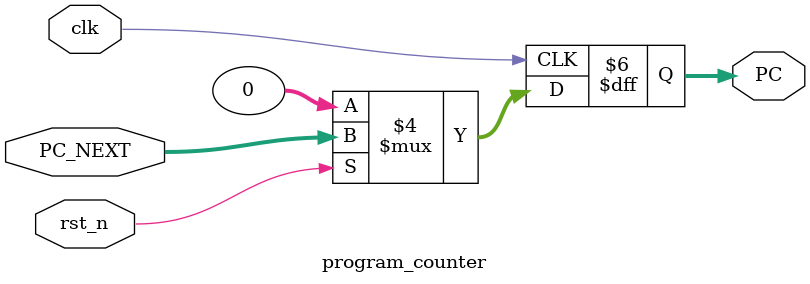
<source format=sv>
module program_counter (
    input  logic        clk, rst_n,
    input  logic [31:0] PC_NEXT,
    output logic [31:0] PC
);

    // always_ff is used for clocked logic (flip-flops)
    always_ff @(posedge clk) begin
        if (~rst_n) begin
            PC <= '0;    // Reset the counter to 0
        end else begin
            PC <= PC_NEXT; // Update with the next address
        end
    end

endmodule
</source>
